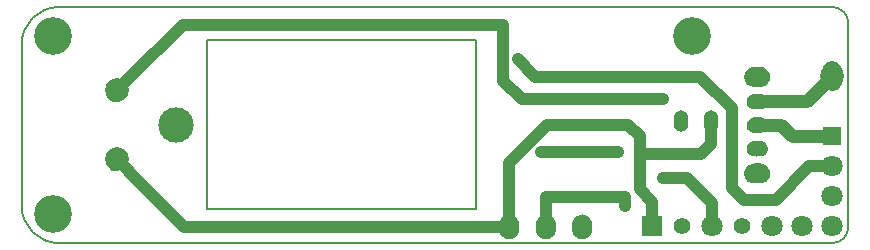
<source format=gbr>
G04 #@! TF.GenerationSoftware,KiCad,Pcbnew,(5.1.0-rc1-70-gd15876595)*
G04 #@! TF.CreationDate,2019-03-07T00:00:13+01:00
G04 #@! TF.ProjectId,spwm3.3,7370776d-332e-4332-9e6b-696361645f70,rev?*
G04 #@! TF.SameCoordinates,Original*
G04 #@! TF.FileFunction,Copper,L2,Bot*
G04 #@! TF.FilePolarity,Positive*
%FSLAX46Y46*%
G04 Gerber Fmt 4.6, Leading zero omitted, Abs format (unit mm)*
G04 Created by KiCad (PCBNEW (5.1.0-rc1-70-gd15876595)) date 2019-03-07 00:00:13*
%MOMM*%
%LPD*%
G04 APERTURE LIST*
G04 #@! TA.AperFunction,NonConductor*
%ADD10C,0.150000*%
G04 #@! TD*
G04 #@! TA.AperFunction,EtchedComponent*
%ADD11C,0.150000*%
G04 #@! TD*
G04 #@! TA.AperFunction,ComponentPad*
%ADD12C,1.800000*%
G04 #@! TD*
G04 #@! TA.AperFunction,ComponentPad*
%ADD13R,1.600000X1.600000*%
G04 #@! TD*
G04 #@! TA.AperFunction,ComponentPad*
%ADD14C,1.400000*%
G04 #@! TD*
G04 #@! TA.AperFunction,ComponentPad*
%ADD15R,1.700000X1.700000*%
G04 #@! TD*
G04 #@! TA.AperFunction,ComponentPad*
%ADD16C,1.200000*%
G04 #@! TD*
G04 #@! TA.AperFunction,ComponentPad*
%ADD17C,3.000000*%
G04 #@! TD*
G04 #@! TA.AperFunction,ComponentPad*
%ADD18C,3.200000*%
G04 #@! TD*
G04 #@! TA.AperFunction,ComponentPad*
%ADD19C,2.000000*%
G04 #@! TD*
G04 #@! TA.AperFunction,ComponentPad*
%ADD20C,1.700000*%
G04 #@! TD*
G04 #@! TA.AperFunction,ComponentPad*
%ADD21C,1.300000*%
G04 #@! TD*
G04 #@! TA.AperFunction,ViaPad*
%ADD22C,1.000000*%
G04 #@! TD*
G04 #@! TA.AperFunction,Conductor*
%ADD23C,1.100000*%
G04 #@! TD*
G04 #@! TA.AperFunction,Conductor*
%ADD24C,1.000000*%
G04 #@! TD*
G04 APERTURE END LIST*
D10*
X183501100Y-113603599D02*
G75*
G02X182101100Y-115003600I-1399828J-173D01*
G01*
X183501100Y-113603600D02*
X183501100Y-111153600D01*
X183501100Y-111153600D02*
X183501100Y-96403600D01*
X182101100Y-95003599D02*
G75*
G02X183501100Y-96403600I172J-1399828D01*
G01*
X182101100Y-95003600D02*
X116676100Y-95003600D01*
X113501100Y-98178599D02*
G75*
G02X116676100Y-95003600I3175218J-219D01*
G01*
X113501100Y-98178600D02*
X113501100Y-111828600D01*
X116676100Y-115003599D02*
G75*
G02X113501100Y-111828600I218J3175218D01*
G01*
X116676100Y-115003600D02*
X182101100Y-115003600D01*
X182101100Y-115003600D02*
X182101100Y-115003600D01*
X151978100Y-112081600D02*
X151978100Y-97821600D01*
X151978100Y-97821600D02*
X129178100Y-97821600D01*
X129178100Y-97821600D02*
X129178100Y-112081600D01*
X129178100Y-112081600D02*
X151978100Y-112081600D01*
D11*
G04 #@! TO.C,D1*
G36*
X169928100Y-104353600D02*
G01*
X169921100Y-104259600D01*
X169899100Y-104168600D01*
X169863100Y-104081600D01*
X169814100Y-104001600D01*
X169753100Y-103929600D01*
X169681100Y-103868600D01*
X169601100Y-103819600D01*
X169514100Y-103783600D01*
X169423100Y-103761600D01*
X169329100Y-103754600D01*
X169235100Y-103761600D01*
X169144100Y-103783600D01*
X169057100Y-103819600D01*
X168977100Y-103868600D01*
X168905100Y-103929600D01*
X168844100Y-104001600D01*
X168795100Y-104081600D01*
X168759100Y-104168600D01*
X168737100Y-104259600D01*
X168730100Y-104353600D01*
X168730100Y-104953600D01*
X168737100Y-105047600D01*
X168759100Y-105138600D01*
X168795100Y-105225600D01*
X168844100Y-105305600D01*
X168905100Y-105377600D01*
X168977100Y-105438600D01*
X169057100Y-105487600D01*
X169144100Y-105523600D01*
X169235100Y-105545600D01*
X169329100Y-105552600D01*
X169423100Y-105545600D01*
X169514100Y-105523600D01*
X169601100Y-105487600D01*
X169681100Y-105438600D01*
X169753100Y-105377600D01*
X169814100Y-105305600D01*
X169863100Y-105225600D01*
X169899100Y-105138600D01*
X169921100Y-105047600D01*
X169928100Y-104953600D01*
X169928100Y-104353600D01*
G37*
G36*
X172468100Y-104353600D02*
G01*
X172461100Y-104259600D01*
X172439100Y-104168600D01*
X172403100Y-104081600D01*
X172354100Y-104001600D01*
X172293100Y-103929600D01*
X172221100Y-103868600D01*
X172141100Y-103819600D01*
X172054100Y-103783600D01*
X171963100Y-103761600D01*
X171869100Y-103754600D01*
X171775100Y-103761600D01*
X171684100Y-103783600D01*
X171597100Y-103819600D01*
X171517100Y-103868600D01*
X171445100Y-103929600D01*
X171384100Y-104001600D01*
X171335100Y-104081600D01*
X171299100Y-104168600D01*
X171277100Y-104259600D01*
X171270100Y-104353600D01*
X171270100Y-104953600D01*
X171277100Y-105047600D01*
X171299100Y-105138600D01*
X171335100Y-105225600D01*
X171384100Y-105305600D01*
X171445100Y-105377600D01*
X171517100Y-105438600D01*
X171597100Y-105487600D01*
X171684100Y-105523600D01*
X171775100Y-105545600D01*
X171869100Y-105552600D01*
X171963100Y-105545600D01*
X172054100Y-105523600D01*
X172141100Y-105487600D01*
X172221100Y-105438600D01*
X172293100Y-105377600D01*
X172354100Y-105305600D01*
X172403100Y-105225600D01*
X172439100Y-105138600D01*
X172461100Y-105047600D01*
X172468100Y-104953600D01*
X172468100Y-104353600D01*
G37*
G04 #@! TO.C,Pad4*
G36*
X122269000Y-101860000D02*
G01*
X122259000Y-101735000D01*
X122230000Y-101613000D01*
X122182000Y-101497000D01*
X122116000Y-101390000D01*
X122035000Y-101295000D01*
X121940000Y-101214000D01*
X121833000Y-101148000D01*
X121717000Y-101100000D01*
X121595000Y-101071000D01*
X121470000Y-101061000D01*
X121345000Y-101071000D01*
X121223000Y-101100000D01*
X121107000Y-101148000D01*
X121000000Y-101214000D01*
X120905000Y-101295000D01*
X120824000Y-101390000D01*
X120758000Y-101497000D01*
X120710000Y-101613000D01*
X120681000Y-101735000D01*
X120671000Y-101860000D01*
X120671000Y-102260000D01*
X120681000Y-102385000D01*
X120710000Y-102507000D01*
X120758000Y-102623000D01*
X120824000Y-102730000D01*
X120905000Y-102825000D01*
X121000000Y-102906000D01*
X121107000Y-102972000D01*
X121223000Y-103020000D01*
X121345000Y-103049000D01*
X121470000Y-103059000D01*
X121595000Y-103049000D01*
X121717000Y-103020000D01*
X121833000Y-102972000D01*
X121940000Y-102906000D01*
X122035000Y-102825000D01*
X122116000Y-102730000D01*
X122182000Y-102623000D01*
X122230000Y-102507000D01*
X122259000Y-102385000D01*
X122269000Y-102260000D01*
X122269000Y-101860000D01*
G37*
G04 #@! TO.C,Pad7*
G36*
X122219000Y-107920000D02*
G01*
X122180000Y-107611000D01*
X122066000Y-107333000D01*
X121890000Y-107112000D01*
X121667000Y-106970000D01*
X121420000Y-106921000D01*
X121173000Y-106970000D01*
X120950000Y-107112000D01*
X120774000Y-107333000D01*
X120660000Y-107611000D01*
X120621000Y-107920000D01*
X120660000Y-108229000D01*
X120774000Y-108507000D01*
X120950000Y-108728000D01*
X121173000Y-108870000D01*
X121420000Y-108919000D01*
X121667000Y-108870000D01*
X121890000Y-108728000D01*
X122066000Y-108507000D01*
X122180000Y-108229000D01*
X122219000Y-107920000D01*
G37*
G04 #@! TO.C,S4*
G36*
X176029100Y-109952600D02*
G01*
X176162100Y-109942600D01*
X176291100Y-109910600D01*
X176414100Y-109859600D01*
X176528100Y-109790600D01*
X176629100Y-109703600D01*
X176716100Y-109602600D01*
X176785100Y-109488600D01*
X176836100Y-109365600D01*
X176868100Y-109236600D01*
X176878100Y-109103600D01*
X176868100Y-108970600D01*
X176836100Y-108841600D01*
X176785100Y-108718600D01*
X176716100Y-108604600D01*
X176629100Y-108503600D01*
X176528100Y-108416600D01*
X176414100Y-108347600D01*
X176291100Y-108296600D01*
X176162100Y-108264600D01*
X176029100Y-108254600D01*
X175529100Y-108254600D01*
X175396100Y-108264600D01*
X175267100Y-108296600D01*
X175144100Y-108347600D01*
X175030100Y-108416600D01*
X174929100Y-108503600D01*
X174842100Y-108604600D01*
X174773100Y-108718600D01*
X174722100Y-108841600D01*
X174690100Y-108970600D01*
X174680100Y-109103600D01*
X174690100Y-109236600D01*
X174722100Y-109365600D01*
X174773100Y-109488600D01*
X174842100Y-109602600D01*
X174929100Y-109703600D01*
X175030100Y-109790600D01*
X175144100Y-109859600D01*
X175267100Y-109910600D01*
X175396100Y-109942600D01*
X175529100Y-109952600D01*
X176029100Y-109952600D01*
G37*
G36*
X176029100Y-101752600D02*
G01*
X176162100Y-101742600D01*
X176291100Y-101710600D01*
X176414100Y-101659600D01*
X176528100Y-101590600D01*
X176629100Y-101503600D01*
X176716100Y-101402600D01*
X176785100Y-101288600D01*
X176836100Y-101165600D01*
X176868100Y-101036600D01*
X176878100Y-100903600D01*
X176868100Y-100770600D01*
X176836100Y-100641600D01*
X176785100Y-100518600D01*
X176716100Y-100404600D01*
X176629100Y-100303600D01*
X176528100Y-100216600D01*
X176414100Y-100147600D01*
X176291100Y-100096600D01*
X176162100Y-100064600D01*
X176029100Y-100054600D01*
X175529100Y-100054600D01*
X175396100Y-100064600D01*
X175267100Y-100096600D01*
X175144100Y-100147600D01*
X175030100Y-100216600D01*
X174929100Y-100303600D01*
X174842100Y-100404600D01*
X174773100Y-100518600D01*
X174722100Y-100641600D01*
X174690100Y-100770600D01*
X174680100Y-100903600D01*
X174690100Y-101036600D01*
X174722100Y-101165600D01*
X174773100Y-101288600D01*
X174842100Y-101402600D01*
X174929100Y-101503600D01*
X175030100Y-101590600D01*
X175144100Y-101659600D01*
X175267100Y-101710600D01*
X175396100Y-101742600D01*
X175529100Y-101752600D01*
X176029100Y-101752600D01*
G37*
G36*
X176029100Y-107652600D02*
G01*
X176131100Y-107644600D01*
X176230100Y-107620600D01*
X176324100Y-107581600D01*
X176410100Y-107528600D01*
X176488100Y-107462600D01*
X176554100Y-107384600D01*
X176607100Y-107298600D01*
X176646100Y-107204600D01*
X176670100Y-107105600D01*
X176678100Y-107003600D01*
X176670100Y-106901600D01*
X176646100Y-106802600D01*
X176607100Y-106708600D01*
X176554100Y-106622600D01*
X176488100Y-106544600D01*
X176410100Y-106478600D01*
X176324100Y-106425600D01*
X176230100Y-106386600D01*
X176131100Y-106362600D01*
X176029100Y-106354600D01*
X175529100Y-106354600D01*
X175427100Y-106362600D01*
X175328100Y-106386600D01*
X175234100Y-106425600D01*
X175148100Y-106478600D01*
X175070100Y-106544600D01*
X175004100Y-106622600D01*
X174951100Y-106708600D01*
X174912100Y-106802600D01*
X174888100Y-106901600D01*
X174880100Y-107003600D01*
X174888100Y-107105600D01*
X174912100Y-107204600D01*
X174951100Y-107298600D01*
X175004100Y-107384600D01*
X175070100Y-107462600D01*
X175148100Y-107528600D01*
X175234100Y-107581600D01*
X175328100Y-107620600D01*
X175427100Y-107644600D01*
X175529100Y-107652600D01*
X176029100Y-107652600D01*
G37*
G36*
X176029100Y-105652600D02*
G01*
X176131100Y-105644600D01*
X176230100Y-105620600D01*
X176324100Y-105581600D01*
X176410100Y-105528600D01*
X176488100Y-105462600D01*
X176554100Y-105384600D01*
X176607100Y-105298600D01*
X176646100Y-105204600D01*
X176670100Y-105105600D01*
X176678100Y-105003600D01*
X176670100Y-104901600D01*
X176646100Y-104802600D01*
X176607100Y-104708600D01*
X176554100Y-104622600D01*
X176488100Y-104544600D01*
X176410100Y-104478600D01*
X176324100Y-104425600D01*
X176230100Y-104386600D01*
X176131100Y-104362600D01*
X176029100Y-104354600D01*
X175529100Y-104354600D01*
X175427100Y-104362600D01*
X175328100Y-104386600D01*
X175234100Y-104425600D01*
X175148100Y-104478600D01*
X175070100Y-104544600D01*
X175004100Y-104622600D01*
X174951100Y-104708600D01*
X174912100Y-104802600D01*
X174888100Y-104901600D01*
X174880100Y-105003600D01*
X174888100Y-105105600D01*
X174912100Y-105204600D01*
X174951100Y-105298600D01*
X175004100Y-105384600D01*
X175070100Y-105462600D01*
X175148100Y-105528600D01*
X175234100Y-105581600D01*
X175328100Y-105620600D01*
X175427100Y-105644600D01*
X175529100Y-105652600D01*
X176029100Y-105652600D01*
G37*
G36*
X176029100Y-103652600D02*
G01*
X176131100Y-103644600D01*
X176230100Y-103620600D01*
X176324100Y-103581600D01*
X176410100Y-103528600D01*
X176488100Y-103462600D01*
X176554100Y-103384600D01*
X176607100Y-103298600D01*
X176646100Y-103204600D01*
X176670100Y-103105600D01*
X176678100Y-103003600D01*
X176670100Y-102901600D01*
X176646100Y-102802600D01*
X176607100Y-102708600D01*
X176554100Y-102622600D01*
X176488100Y-102544600D01*
X176410100Y-102478600D01*
X176324100Y-102425600D01*
X176230100Y-102386600D01*
X176131100Y-102362600D01*
X176029100Y-102354600D01*
X175529100Y-102354600D01*
X175427100Y-102362600D01*
X175328100Y-102386600D01*
X175234100Y-102425600D01*
X175148100Y-102478600D01*
X175070100Y-102544600D01*
X175004100Y-102622600D01*
X174951100Y-102708600D01*
X174912100Y-102802600D01*
X174888100Y-102901600D01*
X174880100Y-103003600D01*
X174888100Y-103105600D01*
X174912100Y-103204600D01*
X174951100Y-103298600D01*
X175004100Y-103384600D01*
X175070100Y-103462600D01*
X175148100Y-103528600D01*
X175234100Y-103581600D01*
X175328100Y-103620600D01*
X175427100Y-103644600D01*
X175529100Y-103652600D01*
X176029100Y-103652600D01*
G37*
G04 #@! TO.C,U4*
G36*
X182990100Y-100453600D02*
G01*
X182980100Y-100320600D01*
X182948100Y-100191600D01*
X182897100Y-100068600D01*
X182828100Y-99954600D01*
X182741100Y-99853600D01*
X182640100Y-99766600D01*
X182526100Y-99697600D01*
X182403100Y-99646600D01*
X182274100Y-99614600D01*
X182141100Y-99604600D01*
X182008100Y-99614600D01*
X181879100Y-99646600D01*
X181756100Y-99697600D01*
X181642100Y-99766600D01*
X181541100Y-99853600D01*
X181454100Y-99954600D01*
X181385100Y-100068600D01*
X181334100Y-100191600D01*
X181302100Y-100320600D01*
X181292100Y-100453600D01*
X181292100Y-101253600D01*
X181302100Y-101386600D01*
X181334100Y-101515600D01*
X181385100Y-101638600D01*
X181454100Y-101752600D01*
X181541100Y-101853600D01*
X181642100Y-101940600D01*
X181756100Y-102009600D01*
X181879100Y-102060600D01*
X182008100Y-102092600D01*
X182141100Y-102102600D01*
X182274100Y-102092600D01*
X182403100Y-102060600D01*
X182526100Y-102009600D01*
X182640100Y-101940600D01*
X182741100Y-101853600D01*
X182828100Y-101752600D01*
X182897100Y-101638600D01*
X182948100Y-101515600D01*
X182980100Y-101386600D01*
X182990100Y-101253600D01*
X182990100Y-100453600D01*
G37*
G04 #@! TO.C,U5*
G36*
X158729000Y-113430000D02*
G01*
X158719000Y-113297000D01*
X158687000Y-113168000D01*
X158636000Y-113045000D01*
X158567000Y-112931000D01*
X158480000Y-112830000D01*
X158379000Y-112743000D01*
X158265000Y-112674000D01*
X158142000Y-112623000D01*
X158013000Y-112591000D01*
X157880000Y-112581000D01*
X157747000Y-112591000D01*
X157618000Y-112623000D01*
X157495000Y-112674000D01*
X157381000Y-112743000D01*
X157280000Y-112830000D01*
X157193000Y-112931000D01*
X157124000Y-113045000D01*
X157073000Y-113168000D01*
X157041000Y-113297000D01*
X157031000Y-113430000D01*
X157031000Y-113830000D01*
X157041000Y-113963000D01*
X157073000Y-114092000D01*
X157124000Y-114215000D01*
X157193000Y-114329000D01*
X157280000Y-114430000D01*
X157381000Y-114517000D01*
X157495000Y-114586000D01*
X157618000Y-114637000D01*
X157747000Y-114669000D01*
X157880000Y-114679000D01*
X158013000Y-114669000D01*
X158142000Y-114637000D01*
X158265000Y-114586000D01*
X158379000Y-114517000D01*
X158480000Y-114430000D01*
X158567000Y-114329000D01*
X158636000Y-114215000D01*
X158687000Y-114092000D01*
X158719000Y-113963000D01*
X158729000Y-113830000D01*
X158729000Y-113430000D01*
G37*
G04 #@! TO.C,U6*
G36*
X161829000Y-113420000D02*
G01*
X161819000Y-113287000D01*
X161787000Y-113158000D01*
X161736000Y-113035000D01*
X161667000Y-112921000D01*
X161580000Y-112820000D01*
X161479000Y-112733000D01*
X161365000Y-112664000D01*
X161242000Y-112613000D01*
X161113000Y-112581000D01*
X160980000Y-112571000D01*
X160847000Y-112581000D01*
X160718000Y-112613000D01*
X160595000Y-112664000D01*
X160481000Y-112733000D01*
X160380000Y-112820000D01*
X160293000Y-112921000D01*
X160224000Y-113035000D01*
X160173000Y-113158000D01*
X160141000Y-113287000D01*
X160131000Y-113420000D01*
X160131000Y-113820000D01*
X160141000Y-113953000D01*
X160173000Y-114082000D01*
X160224000Y-114205000D01*
X160293000Y-114319000D01*
X160380000Y-114420000D01*
X160481000Y-114507000D01*
X160595000Y-114576000D01*
X160718000Y-114627000D01*
X160847000Y-114659000D01*
X160980000Y-114669000D01*
X161113000Y-114659000D01*
X161242000Y-114627000D01*
X161365000Y-114576000D01*
X161479000Y-114507000D01*
X161580000Y-114420000D01*
X161667000Y-114319000D01*
X161736000Y-114205000D01*
X161787000Y-114082000D01*
X161819000Y-113953000D01*
X161829000Y-113820000D01*
X161829000Y-113420000D01*
G37*
G04 #@! TO.C,U7*
G36*
X155628100Y-113423600D02*
G01*
X155618100Y-113290600D01*
X155586100Y-113161600D01*
X155535100Y-113038600D01*
X155466100Y-112924600D01*
X155379100Y-112823600D01*
X155278100Y-112736600D01*
X155164100Y-112667600D01*
X155041100Y-112616600D01*
X154912100Y-112584600D01*
X154779100Y-112574600D01*
X154646100Y-112584600D01*
X154517100Y-112616600D01*
X154394100Y-112667600D01*
X154280100Y-112736600D01*
X154179100Y-112823600D01*
X154092100Y-112924600D01*
X154023100Y-113038600D01*
X153972100Y-113161600D01*
X153940100Y-113290600D01*
X153930100Y-113423600D01*
X153930100Y-113823600D01*
X153940100Y-113956600D01*
X153972100Y-114085600D01*
X154023100Y-114208600D01*
X154092100Y-114322600D01*
X154179100Y-114423600D01*
X154280100Y-114510600D01*
X154394100Y-114579600D01*
X154517100Y-114630600D01*
X154646100Y-114662600D01*
X154779100Y-114672600D01*
X154912100Y-114662600D01*
X155041100Y-114630600D01*
X155164100Y-114579600D01*
X155278100Y-114510600D01*
X155379100Y-114423600D01*
X155466100Y-114322600D01*
X155535100Y-114208600D01*
X155586100Y-114085600D01*
X155618100Y-113956600D01*
X155628100Y-113823600D01*
X155628100Y-113423600D01*
G37*
G04 #@! TD*
D12*
G04 #@! TO.P,U1,8*
G04 #@! TO.N,VM_Meaure*
X179600700Y-113553967D03*
D13*
G04 #@! TO.P,U1,12*
G04 #@! TO.N,VIN*
X182140700Y-105933967D03*
D12*
G04 #@! TO.P,U1,11*
G04 #@! TO.N,UP*
X182140700Y-108473967D03*
G04 #@! TO.P,U1,10*
G04 #@! TO.N,DOWN*
X182140700Y-111013967D03*
G04 #@! TO.P,U1,9*
G04 #@! TO.N,N/C*
X182140700Y-113553967D03*
G04 #@! TO.P,U1,7*
G04 #@! TO.N,VM+*
X177060700Y-113553967D03*
D14*
G04 #@! TO.P,U1,6*
G04 #@! TO.N,N/C*
X174520700Y-113553967D03*
D12*
G04 #@! TO.P,U1,5*
G04 #@! TO.N,FIRE_SW*
X171980700Y-113553967D03*
D14*
G04 #@! TO.P,U1,4*
G04 #@! TO.N,N/C*
X169440700Y-113553967D03*
D15*
G04 #@! TO.P,U1,3*
G04 #@! TO.N,GND*
X166900700Y-113553967D03*
G04 #@! TD*
D16*
G04 #@! TO.P,D1,2*
G04 #@! TO.N,LED+*
X169329100Y-104653600D03*
G04 #@! TO.P,D1,1*
G04 #@! TO.N,GND*
X171869100Y-104653600D03*
G04 #@! TD*
D17*
G04 #@! TO.P,Pad1,1*
G04 #@! TO.N,N/C*
X126600000Y-104975000D03*
G04 #@! TD*
D18*
G04 #@! TO.P,Pad3,1*
G04 #@! TO.N,N/C*
X170289100Y-97503600D03*
G04 #@! TD*
D19*
G04 #@! TO.P,Pad4,1*
G04 #@! TO.N,FIRE_SW*
X121600000Y-102060000D03*
G04 #@! TD*
D18*
G04 #@! TO.P,Pad5,1*
G04 #@! TO.N,N/C*
X116149100Y-112503600D03*
G04 #@! TD*
G04 #@! TO.P,Pad6,1*
G04 #@! TO.N,N/C*
X116149100Y-97503600D03*
G04 #@! TD*
D19*
G04 #@! TO.P,Pad7,1*
G04 #@! TO.N,GND*
X121600000Y-107920000D03*
G04 #@! TD*
D20*
G04 #@! TO.P,S4,5*
G04 #@! TO.N,N/C*
X175779100Y-109103600D03*
G04 #@! TO.P,S4,4*
X175779100Y-100903600D03*
D21*
G04 #@! TO.P,S4,3*
X175779100Y-107003600D03*
G04 #@! TO.P,S4,2*
G04 #@! TO.N,VIN*
X175779100Y-105003600D03*
G04 #@! TO.P,S4,1*
G04 #@! TO.N,BAT+*
X175779100Y-103003600D03*
G04 #@! TD*
D19*
G04 #@! TO.P,U4,1*
G04 #@! TO.N,BAT+*
X182141100Y-100853600D03*
G04 #@! TD*
D20*
G04 #@! TO.P,U5,1*
G04 #@! TO.N,VM+*
X157880000Y-113630000D03*
G04 #@! TD*
G04 #@! TO.P,U6,1*
G04 #@! TO.N,VM_Meaure*
X160980000Y-113630000D03*
G04 #@! TD*
G04 #@! TO.P,U7,1*
G04 #@! TO.N,GND*
X154779100Y-113630000D03*
G04 #@! TD*
D22*
G04 #@! TO.N,FIRE_SW*
X167797200Y-102821067D03*
X167797200Y-109448567D03*
G04 #@! TO.N,GND*
X159479100Y-105003600D03*
X162039100Y-105003600D03*
G04 #@! TO.N,UP*
X155488500Y-99424867D03*
G04 #@! TO.N,VM+*
X164591100Y-111853600D03*
G04 #@! TO.N,VM_Meaure*
X157487200Y-107253567D03*
X164037200Y-107253567D03*
G04 #@! TD*
D23*
G04 #@! TO.N,BAT+*
X175779100Y-103003600D02*
X179991100Y-103003600D01*
X179991100Y-103003600D02*
X182141100Y-100853600D01*
D24*
G04 #@! TO.N,FIRE_SW*
X171981100Y-113553567D02*
X171981100Y-111607867D01*
X171981100Y-111607867D02*
X169821800Y-109448567D01*
X169821800Y-109448567D02*
X167768467Y-109448567D01*
X154279100Y-101249100D02*
X154279100Y-96520000D01*
X167797200Y-102821067D02*
X155851067Y-102821067D01*
X155851067Y-102821067D02*
X154279100Y-101249100D01*
X122619999Y-101060001D02*
X127160000Y-96520000D01*
X122599999Y-101060001D02*
X122619999Y-101060001D01*
X121600000Y-102060000D02*
X122599999Y-101060001D01*
X154279100Y-96520000D02*
X127160000Y-96520000D01*
G04 #@! TO.N,GND*
X162039100Y-105003600D02*
X159479100Y-105003600D01*
X159479100Y-105003600D02*
X159479100Y-105003600D01*
X162039100Y-105003600D02*
X164879100Y-105003600D01*
X164879100Y-105003600D02*
X165829100Y-105953600D01*
X165829100Y-105953600D02*
X165829100Y-107491367D01*
X171869100Y-104653600D02*
X171869100Y-106613600D01*
X171869100Y-106613600D02*
X170991333Y-107491367D01*
X170991333Y-107491367D02*
X165829100Y-107491367D01*
X166900700Y-111525200D02*
X166900700Y-113553967D01*
X165829100Y-107491367D02*
X165829100Y-110453600D01*
X165829100Y-110453600D02*
X166900700Y-111525200D01*
X122599999Y-108939999D02*
X127290000Y-113630000D01*
X121600000Y-107920000D02*
X122599999Y-108919999D01*
X122599999Y-108919999D02*
X122599999Y-108939999D01*
X158771994Y-105003600D02*
X158755594Y-105020000D01*
X159479100Y-105003600D02*
X158771994Y-105003600D01*
X158023697Y-105020000D02*
X158013697Y-105010000D01*
X158755594Y-105020000D02*
X158023697Y-105020000D01*
X154779100Y-108244597D02*
X154779100Y-112939100D01*
X158013697Y-105010000D02*
X154779100Y-108244597D01*
X154779100Y-111029100D02*
X154779100Y-112939100D01*
X154779100Y-112939100D02*
X154779100Y-113630000D01*
X127290000Y-113630000D02*
X154779100Y-113630000D01*
G04 #@! TO.N,UP*
X182141100Y-108473567D02*
X180189867Y-108473567D01*
X180189867Y-108473567D02*
X177332333Y-111331100D01*
X177332333Y-111331100D02*
X174629867Y-111331100D01*
X174629867Y-111331100D02*
X173649100Y-110350333D01*
X173649100Y-103573600D02*
X170979067Y-100903567D01*
X170979067Y-100903567D02*
X156967200Y-100903567D01*
X156967200Y-100903567D02*
X155488500Y-99424867D01*
X173649100Y-110350333D02*
X173649100Y-103573600D01*
D23*
G04 #@! TO.N,VIN*
X175779100Y-105003600D02*
X177829100Y-105003600D01*
X177829100Y-105003600D02*
X178759100Y-105933600D01*
X178759100Y-105933600D02*
X182141100Y-105933600D01*
D24*
G04 #@! TO.N,VM+*
X164591100Y-111853600D02*
X164591100Y-111146494D01*
X164580000Y-111135394D02*
X157875394Y-111135394D01*
X157880000Y-111140000D02*
X157880000Y-113630000D01*
X157875394Y-111135394D02*
X157880000Y-111140000D01*
G04 #@! TO.N,VM_Meaure*
X157487200Y-107253567D02*
X164037200Y-107253567D01*
X164037200Y-107253567D02*
X164037200Y-107253567D01*
G04 #@! TD*
M02*

</source>
